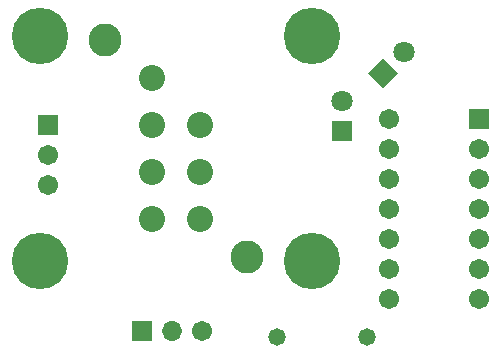
<source format=gbr>
G04 DipTrace 2.3.0.1*
%INBottomMask.gbr*%
%MOIN*%
%ADD27C,0.1098*%
%ADD33C,0.188*%
%ADD35C,0.0872*%
%ADD37C,0.058*%
%ADD39C,0.058*%
%ADD41O,0.0671X0.0675*%
%ADD43C,0.0671*%
%ADD45O,0.0675X0.0671*%
%ADD47R,0.0671X0.0671*%
%ADD49R,0.071X0.071*%
%ADD51C,0.071*%
%FSLAX44Y44*%
G04*
G70*
G90*
G75*
G01*
%LNBotMask*%
%LPD*%
D33*
X1370Y11020D3*
X10430D3*
Y3540D3*
X1370D3*
D51*
X13500Y10500D3*
G36*
X12291Y9793D2*
X12793Y10295D1*
X13295Y9793D1*
X12793Y9291D1*
X12291Y9793D1*
G37*
D49*
X11439Y7876D3*
D51*
Y8876D3*
D47*
X4750Y1188D3*
D45*
X5750D3*
D43*
X6750D3*
D47*
X1625Y8063D3*
D41*
Y7063D3*
D43*
Y6063D3*
D39*
X9250Y1000D3*
D37*
X12250D3*
D47*
X16000Y8250D3*
D43*
Y7250D3*
Y6250D3*
Y5250D3*
Y4250D3*
Y3250D3*
Y2250D3*
X13008D3*
Y3250D3*
Y4250D3*
Y5250D3*
Y6250D3*
Y7250D3*
Y8250D3*
D35*
X6689Y4920D3*
Y6491D3*
Y8069D3*
X5111Y4920D3*
Y6491D3*
Y8069D3*
Y9640D3*
D27*
X8260Y3660D3*
X3540Y10900D3*
M02*

</source>
